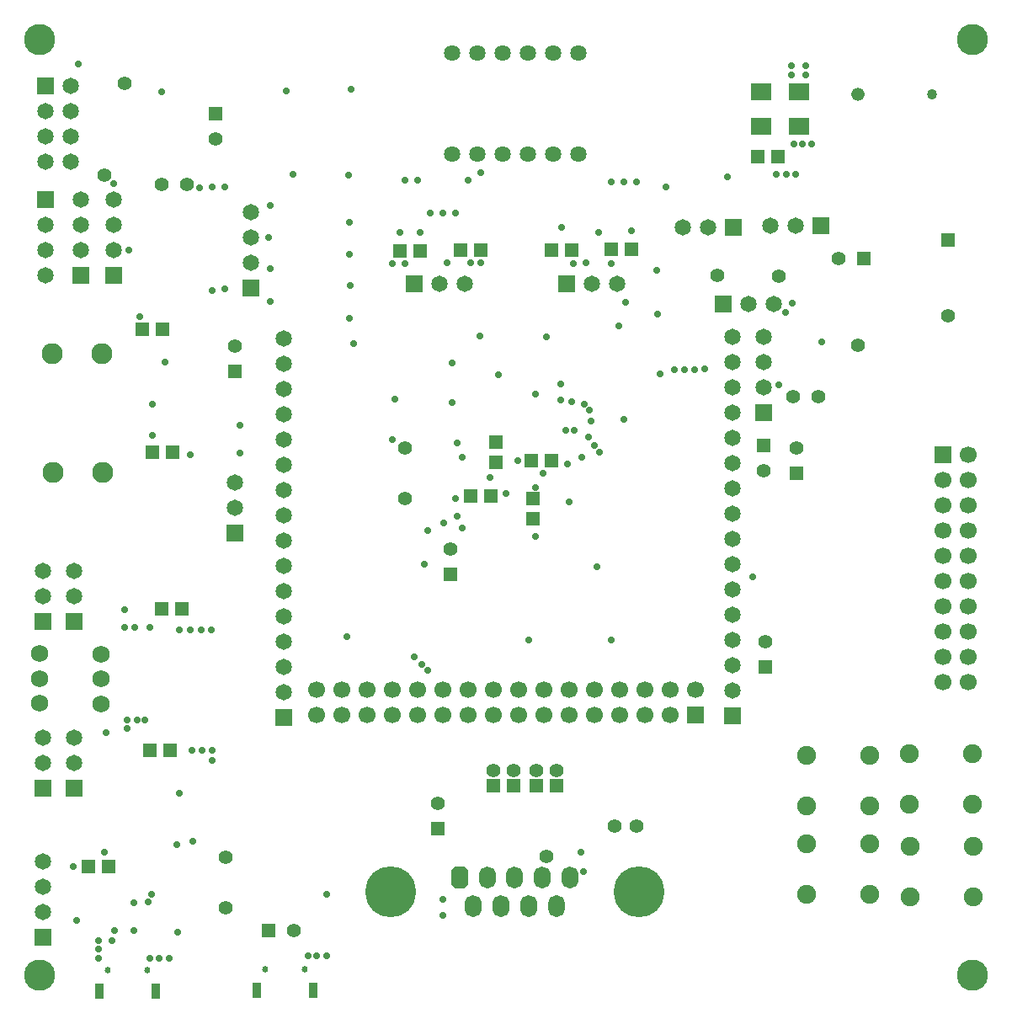
<source format=gbs>
G04*
G04 #@! TF.GenerationSoftware,Altium Limited,Altium Designer,20.0.2 (26)*
G04*
G04 Layer_Color=16711935*
%FSLAX24Y24*%
%MOIN*%
G70*
G01*
G75*
%ADD43R,0.0650X0.0650*%
%ADD44R,0.0550X0.0550*%
%ADD48R,0.0650X0.0650*%
%ADD51R,0.0550X0.0550*%
%ADD62C,0.0550*%
%ADD63C,0.0522*%
%ADD64C,0.0404*%
%ADD65C,0.0680*%
%ADD66C,0.0650*%
%ADD67C,0.0837*%
%ADD68C,0.0641*%
%ADD69C,0.0668*%
%ADD70R,0.0668X0.0668*%
%ADD71C,0.0750*%
%ADD72C,0.0247*%
%ADD73R,0.0365X0.0641*%
%ADD74C,0.2017*%
%ADD75O,0.0650X0.0870*%
%ADD76O,0.0670X0.0870*%
G04:AMPARAMS|DCode=77|XSize=67mil|YSize=87mil|CornerRadius=0mil|HoleSize=0mil|Usage=FLASHONLY|Rotation=180.000|XOffset=0mil|YOffset=0mil|HoleType=Round|Shape=Octagon|*
%AMOCTAGOND77*
4,1,8,0.0168,-0.0435,-0.0168,-0.0435,-0.0335,-0.0267,-0.0335,0.0267,-0.0168,0.0435,0.0168,0.0435,0.0335,0.0267,0.0335,-0.0267,0.0168,-0.0435,0.0*
%
%ADD77OCTAGOND77*%

%ADD78C,0.0290*%
%ADD79C,0.1231*%
%ADD103R,0.0800X0.0650*%
D43*
X2550Y8600D02*
D03*
X1300D02*
D03*
Y15200D02*
D03*
X2550D02*
D03*
X4100Y28900D02*
D03*
X2800D02*
D03*
X1400Y31900D02*
D03*
Y36400D02*
D03*
X9550Y28400D02*
D03*
X29850Y23450D02*
D03*
X1300Y2700D02*
D03*
X8916Y18700D02*
D03*
X10850Y11400D02*
D03*
X28600Y11450D02*
D03*
D44*
X29600Y33600D02*
D03*
X30400D02*
D03*
X23800Y29931D02*
D03*
X24600D02*
D03*
X21450Y29900D02*
D03*
X22250D02*
D03*
X17850D02*
D03*
X18650D02*
D03*
X16250Y29850D02*
D03*
X15450D02*
D03*
X20650Y21550D02*
D03*
X21450D02*
D03*
X19050Y20150D02*
D03*
X18250D02*
D03*
X6050Y26750D02*
D03*
X5250D02*
D03*
X6450Y21900D02*
D03*
X5650D02*
D03*
X6000Y15700D02*
D03*
X6800D02*
D03*
X6350Y10100D02*
D03*
X5550D02*
D03*
X3100Y5500D02*
D03*
X3900D02*
D03*
X19950Y8700D02*
D03*
X19150D02*
D03*
X21650D02*
D03*
X20850D02*
D03*
X33800Y29550D02*
D03*
X10250Y2950D02*
D03*
D48*
X16000Y28550D02*
D03*
X22050D02*
D03*
X32100Y30850D02*
D03*
X28650Y30800D02*
D03*
X28250Y27750D02*
D03*
D51*
X19250Y21500D02*
D03*
Y22300D02*
D03*
X20700Y20050D02*
D03*
Y19250D02*
D03*
X37150Y30292D02*
D03*
X8150Y35300D02*
D03*
X29850Y22150D02*
D03*
X31150Y21050D02*
D03*
X16950Y7000D02*
D03*
X8916Y25100D02*
D03*
X17450Y17050D02*
D03*
X29900Y13400D02*
D03*
D62*
X37150Y27300D02*
D03*
X8150Y34300D02*
D03*
X32800Y29550D02*
D03*
X29850Y21150D02*
D03*
X31150Y22050D02*
D03*
X16950Y8000D02*
D03*
X11250Y2950D02*
D03*
X8550Y5850D02*
D03*
Y3850D02*
D03*
X8916Y26100D02*
D03*
X17450Y18050D02*
D03*
X29900Y14400D02*
D03*
X15650Y20050D02*
D03*
Y22050D02*
D03*
X19150Y9300D02*
D03*
X28000Y28900D02*
D03*
X3750Y32850D02*
D03*
X6000Y32500D02*
D03*
X30450Y28850D02*
D03*
X33584Y26116D02*
D03*
X32000Y24100D02*
D03*
X31000D02*
D03*
X7000Y32500D02*
D03*
X4550Y36500D02*
D03*
X19950Y9300D02*
D03*
X21650D02*
D03*
X20850D02*
D03*
X24800Y7100D02*
D03*
X23950D02*
D03*
X21250Y5900D02*
D03*
D63*
X33590Y36050D02*
D03*
D64*
X36523D02*
D03*
D65*
X3600Y12916D02*
D03*
X1193Y13904D02*
D03*
Y12920D02*
D03*
Y11936D02*
D03*
X3600Y11932D02*
D03*
X3600Y13900D02*
D03*
D66*
X2550Y10600D02*
D03*
Y9600D02*
D03*
X1300Y10600D02*
D03*
Y9600D02*
D03*
Y17200D02*
D03*
Y16200D02*
D03*
X2550Y17200D02*
D03*
Y16200D02*
D03*
X4100Y30900D02*
D03*
Y31900D02*
D03*
Y29900D02*
D03*
X2800Y30900D02*
D03*
Y31900D02*
D03*
Y29900D02*
D03*
X1400D02*
D03*
Y28900D02*
D03*
Y30900D02*
D03*
X2400Y35400D02*
D03*
Y33400D02*
D03*
Y36400D02*
D03*
Y34400D02*
D03*
X1400Y35400D02*
D03*
Y33400D02*
D03*
Y34400D02*
D03*
X9550Y30400D02*
D03*
Y31400D02*
D03*
Y29400D02*
D03*
X18000Y28550D02*
D03*
X17000D02*
D03*
X24050D02*
D03*
X23050D02*
D03*
X30100Y30850D02*
D03*
X31100D02*
D03*
X26650Y30800D02*
D03*
X27650D02*
D03*
X30250Y27750D02*
D03*
X29250D02*
D03*
X29850Y25450D02*
D03*
Y26450D02*
D03*
Y24450D02*
D03*
X1300Y4700D02*
D03*
Y5700D02*
D03*
Y3700D02*
D03*
X8916Y20700D02*
D03*
Y19700D02*
D03*
X10850Y18400D02*
D03*
Y17400D02*
D03*
Y13400D02*
D03*
Y15400D02*
D03*
Y14400D02*
D03*
Y16400D02*
D03*
Y12400D02*
D03*
Y19400D02*
D03*
Y20400D02*
D03*
Y21400D02*
D03*
Y22400D02*
D03*
Y23400D02*
D03*
Y24400D02*
D03*
Y25400D02*
D03*
Y26400D02*
D03*
X28600Y26450D02*
D03*
Y25450D02*
D03*
Y24450D02*
D03*
Y23450D02*
D03*
Y22450D02*
D03*
Y21450D02*
D03*
Y20450D02*
D03*
Y19450D02*
D03*
Y12450D02*
D03*
Y16450D02*
D03*
Y14450D02*
D03*
Y15450D02*
D03*
Y13450D02*
D03*
Y17450D02*
D03*
Y18450D02*
D03*
D67*
X1700Y21100D02*
D03*
X3668D02*
D03*
X1674Y25800D02*
D03*
X3642D02*
D03*
D68*
X22500Y33700D02*
D03*
X21500D02*
D03*
X20500D02*
D03*
X19500D02*
D03*
X18500D02*
D03*
X17500D02*
D03*
Y37700D02*
D03*
X18500Y37700D02*
D03*
X19500Y37700D02*
D03*
X20500D02*
D03*
X21500D02*
D03*
X22500Y37700D02*
D03*
D69*
X37950Y12800D02*
D03*
X36950Y12800D02*
D03*
X37950Y13800D02*
D03*
X36950Y13800D02*
D03*
X37950Y14800D02*
D03*
X36950D02*
D03*
X37950Y15800D02*
D03*
X36950D02*
D03*
X37950Y16800D02*
D03*
X36950Y16800D02*
D03*
X37950Y17800D02*
D03*
X36950D02*
D03*
X37950Y18800D02*
D03*
X36950D02*
D03*
X37950Y19800D02*
D03*
X36950D02*
D03*
X37950Y20800D02*
D03*
X36950D02*
D03*
X37950Y21800D02*
D03*
X27150Y12500D02*
D03*
X26150Y11500D02*
D03*
Y12500D02*
D03*
X25150Y11500D02*
D03*
Y12500D02*
D03*
X24150Y11500D02*
D03*
X24150Y12500D02*
D03*
X23150Y11500D02*
D03*
Y12500D02*
D03*
X22150Y11500D02*
D03*
X22150Y12500D02*
D03*
X21150Y11500D02*
D03*
X21150Y12500D02*
D03*
X20150Y11500D02*
D03*
Y12500D02*
D03*
X19150Y11500D02*
D03*
Y12500D02*
D03*
X18150Y11500D02*
D03*
Y12500D02*
D03*
X17150Y11500D02*
D03*
Y12500D02*
D03*
X16150Y11500D02*
D03*
Y12500D02*
D03*
X15150Y11500D02*
D03*
X15150Y12500D02*
D03*
X14150Y11500D02*
D03*
Y12500D02*
D03*
X13150Y11500D02*
D03*
X13150Y12500D02*
D03*
X12150Y11500D02*
D03*
X12150Y12500D02*
D03*
D70*
X36950Y21800D02*
D03*
X27150Y11500D02*
D03*
D71*
X35600Y7950D02*
D03*
Y9950D02*
D03*
X38100Y7950D02*
D03*
Y9950D02*
D03*
X35650Y4300D02*
D03*
Y6300D02*
D03*
X38150Y4300D02*
D03*
Y6300D02*
D03*
X31550Y4400D02*
D03*
Y6400D02*
D03*
X34050Y4400D02*
D03*
Y6400D02*
D03*
X31550Y7900D02*
D03*
Y9900D02*
D03*
X34050Y7900D02*
D03*
Y9900D02*
D03*
D72*
X11681Y1433D02*
D03*
X10107D02*
D03*
X3874Y1383D02*
D03*
X5449D02*
D03*
D73*
X9782Y587D02*
D03*
X12006D02*
D03*
X5774Y537D02*
D03*
X3550D02*
D03*
D74*
X15075Y4492D02*
D03*
X24917D02*
D03*
D75*
X21633Y3933D02*
D03*
D76*
X20542Y3933D02*
D03*
X19450D02*
D03*
X18358Y3933D02*
D03*
X22175Y5050D02*
D03*
X21083D02*
D03*
X19992Y5050D02*
D03*
X18900Y5050D02*
D03*
D77*
X17808D02*
D03*
D78*
X25992Y32380D02*
D03*
X25595Y29100D02*
D03*
X24370Y27820D02*
D03*
X25650Y27350D02*
D03*
X24100Y26900D02*
D03*
X24300Y23200D02*
D03*
X30990Y27780D02*
D03*
X30725Y27420D02*
D03*
X30445Y24540D02*
D03*
X15250Y24000D02*
D03*
X13600Y26200D02*
D03*
X22716Y5300D02*
D03*
X22600Y6050D02*
D03*
X17150Y3550D02*
D03*
Y4200D02*
D03*
X12550Y1950D02*
D03*
X12150D02*
D03*
X6300Y1850D02*
D03*
X5925D02*
D03*
X11800Y1950D02*
D03*
X5550Y1850D02*
D03*
X2650Y3350D02*
D03*
X6000Y36150D02*
D03*
X2700Y37250D02*
D03*
X4159Y2950D02*
D03*
X4030Y2540D02*
D03*
X4909Y2950D02*
D03*
X20800Y24200D02*
D03*
X22628Y21672D02*
D03*
X23150Y22150D02*
D03*
X23350Y21900D02*
D03*
X22900Y22500D02*
D03*
X23250Y17350D02*
D03*
X23800Y14450D02*
D03*
X20800Y20500D02*
D03*
X21101Y21049D02*
D03*
X21800Y24600D02*
D03*
Y23950D02*
D03*
X22250Y23900D02*
D03*
X3510Y1860D02*
D03*
Y2220D02*
D03*
Y2540D02*
D03*
X7990Y14860D02*
D03*
X7590D02*
D03*
X7150D02*
D03*
X6710D02*
D03*
X19650Y20250D02*
D03*
X19000Y20900D02*
D03*
X17900Y18900D02*
D03*
X17165Y19085D02*
D03*
X17656Y20045D02*
D03*
X17700Y19350D02*
D03*
X16550Y18800D02*
D03*
X7250Y6500D02*
D03*
X30950Y36820D02*
D03*
X31510D02*
D03*
Y37180D02*
D03*
X30950D02*
D03*
X31110Y32900D02*
D03*
X30730D02*
D03*
X30350D02*
D03*
X31750Y34100D02*
D03*
X31390D02*
D03*
X31030D02*
D03*
X6150Y25450D02*
D03*
X29400Y16950D02*
D03*
X16400Y17450D02*
D03*
X16300Y13500D02*
D03*
X16000Y13800D02*
D03*
X16550Y13250D02*
D03*
X22077Y21405D02*
D03*
X20550Y14450D02*
D03*
X20100Y21550D02*
D03*
X26300Y25159D02*
D03*
X22000Y22750D02*
D03*
X22350D02*
D03*
X22161Y19911D02*
D03*
X23000Y23125D02*
D03*
X22950Y23550D02*
D03*
X10950Y36200D02*
D03*
X11200Y32900D02*
D03*
X18650Y32950D02*
D03*
X17650Y31350D02*
D03*
X24800Y32600D02*
D03*
X24300D02*
D03*
X23800D02*
D03*
X18150Y32650D02*
D03*
X17150Y31350D02*
D03*
X16650D02*
D03*
X16150Y32650D02*
D03*
X15650D02*
D03*
X17917Y21682D02*
D03*
X17700Y22250D02*
D03*
X22750Y23800D02*
D03*
X4715Y29900D02*
D03*
X4100Y32515D02*
D03*
X17300Y29400D02*
D03*
X18650D02*
D03*
X21850Y30800D02*
D03*
X26700Y25150D02*
D03*
X27500Y25200D02*
D03*
X27126Y25150D02*
D03*
X32150Y26250D02*
D03*
X25750Y25000D02*
D03*
X16250Y30600D02*
D03*
X15450D02*
D03*
X24600Y30650D02*
D03*
X23300Y30600D02*
D03*
X22300Y29350D02*
D03*
X22800Y29369D02*
D03*
X23800Y29350D02*
D03*
X18250Y29400D02*
D03*
X15150Y29350D02*
D03*
X15650D02*
D03*
X21250Y26450D02*
D03*
X18600Y26500D02*
D03*
X17525Y25425D02*
D03*
Y23845D02*
D03*
X15144Y22391D02*
D03*
X13350Y14600D02*
D03*
X20800Y18550D02*
D03*
X19350Y24950D02*
D03*
X12550Y4400D02*
D03*
X5475Y4075D02*
D03*
X4900Y4050D02*
D03*
X5625Y4372D02*
D03*
X6650Y2900D02*
D03*
X3750Y6050D02*
D03*
X2500Y5500D02*
D03*
X6600Y6350D02*
D03*
X7600Y10100D02*
D03*
X8000Y9700D02*
D03*
Y10100D02*
D03*
X4650Y10950D02*
D03*
X5350Y11300D02*
D03*
X5050D02*
D03*
X4650D02*
D03*
X7200Y10100D02*
D03*
X4550Y15660D02*
D03*
X5550Y14950D02*
D03*
X4950D02*
D03*
X4550D02*
D03*
X6700Y8400D02*
D03*
X3800Y10800D02*
D03*
X5650Y23800D02*
D03*
X5150Y27250D02*
D03*
X9100Y21850D02*
D03*
X9100Y22950D02*
D03*
X7150Y21800D02*
D03*
X5650Y22550D02*
D03*
X8000Y32400D02*
D03*
X8500Y28335D02*
D03*
X8000Y28285D02*
D03*
X8500Y32400D02*
D03*
X7500Y32350D02*
D03*
X13440Y27180D02*
D03*
X13490Y28480D02*
D03*
X13440Y29730D02*
D03*
X13440Y30980D02*
D03*
X10300Y27840D02*
D03*
Y29150D02*
D03*
X10250Y30400D02*
D03*
X10300Y31650D02*
D03*
X28400Y32800D02*
D03*
X13500Y36250D02*
D03*
X13400Y32850D02*
D03*
D79*
X1181Y38219D02*
D03*
X38119Y38219D02*
D03*
X38119Y1181D02*
D03*
X1181D02*
D03*
D103*
X29760Y36150D02*
D03*
X31260D02*
D03*
X29750Y34800D02*
D03*
X31250D02*
D03*
M02*

</source>
